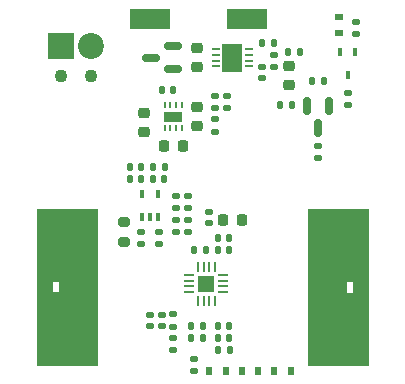
<source format=gts>
%TF.GenerationSoftware,KiCad,Pcbnew,5.99.0-unknown-b691c18bfc~117~ubuntu20.10.1*%
%TF.CreationDate,2021-03-21T19:03:18-07:00*%
%TF.ProjectId,xx1000-qt,78783130-3030-42d7-9174-2e6b69636164,rev?*%
%TF.SameCoordinates,Original*%
%TF.FileFunction,Soldermask,Top*%
%TF.FilePolarity,Negative*%
%FSLAX46Y46*%
G04 Gerber Fmt 4.6, Leading zero omitted, Abs format (unit mm)*
G04 Created by KiCad (PCBNEW 5.99.0-unknown-b691c18bfc~117~ubuntu20.10.1) date 2021-03-21 19:03:18*
%MOMM*%
%LPD*%
G01*
G04 APERTURE LIST*
G04 Aperture macros list*
%AMRoundRect*
0 Rectangle with rounded corners*
0 $1 Rounding radius*
0 $2 $3 $4 $5 $6 $7 $8 $9 X,Y pos of 4 corners*
0 Add a 4 corners polygon primitive as box body*
4,1,4,$2,$3,$4,$5,$6,$7,$8,$9,$2,$3,0*
0 Add four circle primitives for the rounded corners*
1,1,$1+$1,$2,$3*
1,1,$1+$1,$4,$5*
1,1,$1+$1,$6,$7*
1,1,$1+$1,$8,$9*
0 Add four rect primitives between the rounded corners*
20,1,$1+$1,$2,$3,$4,$5,0*
20,1,$1+$1,$4,$5,$6,$7,0*
20,1,$1+$1,$6,$7,$8,$9,0*
20,1,$1+$1,$8,$9,$2,$3,0*%
%AMOutline4P*
0 Free polygon, 4 corners , with rotation*
0 The origin of the aperture is its center*
0 number of corners: always 4*
0 $1 to $8 corner X, Y*
0 $9 Rotation angle, in degrees counterclockwise*
0 create outline with 4 corners*
4,1,4,$1,$2,$3,$4,$5,$6,$7,$8,$1,$2,$9*%
G04 Aperture macros list end*
%ADD10C,0.100000*%
%ADD11R,0.600000X6.000000*%
%ADD12R,4.500000X3.250000*%
%ADD13C,0.500000*%
%ADD14C,3.000000*%
%ADD15Outline4P,-2.800000X-0.100000X2.800000X-0.100000X3.000000X0.100000X-3.000000X0.100000X90.000000*%
%ADD16Outline4P,-0.205000X-0.475000X0.205000X-0.475000X0.095000X0.475000X-0.095000X0.475000X90.000000*%
%ADD17RoundRect,0.135000X0.135000X0.185000X-0.135000X0.185000X-0.135000X-0.185000X0.135000X-0.185000X0*%
%ADD18RoundRect,0.135000X-0.135000X-0.185000X0.135000X-0.185000X0.135000X0.185000X-0.135000X0.185000X0*%
%ADD19RoundRect,0.135000X0.185000X-0.135000X0.185000X0.135000X-0.185000X0.135000X-0.185000X-0.135000X0*%
%ADD20RoundRect,0.135000X-0.185000X0.135000X-0.185000X-0.135000X0.185000X-0.135000X0.185000X0.135000X0*%
%ADD21RoundRect,0.140000X0.170000X-0.140000X0.170000X0.140000X-0.170000X0.140000X-0.170000X-0.140000X0*%
%ADD22R,0.450000X0.700000*%
%ADD23RoundRect,0.140000X0.140000X0.170000X-0.140000X0.170000X-0.140000X-0.170000X0.140000X-0.170000X0*%
%ADD24RoundRect,0.140000X-0.140000X-0.170000X0.140000X-0.170000X0.140000X0.170000X-0.140000X0.170000X0*%
%ADD25RoundRect,0.225000X-0.250000X0.225000X-0.250000X-0.225000X0.250000X-0.225000X0.250000X0.225000X0*%
%ADD26RoundRect,0.225000X0.225000X0.250000X-0.225000X0.250000X-0.225000X-0.250000X0.225000X-0.250000X0*%
%ADD27Outline4P,-2.800000X-0.100000X2.800000X-0.100000X3.000000X0.100000X-3.000000X0.100000X270.000000*%
%ADD28Outline4P,-0.205000X-0.475000X0.205000X-0.475000X0.095000X0.475000X-0.095000X0.475000X270.000000*%
%ADD29R,3.400000X1.800000*%
%ADD30R,1.450000X1.450000*%
%ADD31RoundRect,0.062500X-0.062500X-0.375000X0.062500X-0.375000X0.062500X0.375000X-0.062500X0.375000X0*%
%ADD32RoundRect,0.062500X-0.375000X-0.062500X0.375000X-0.062500X0.375000X0.062500X-0.375000X0.062500X0*%
%ADD33RoundRect,0.225000X0.250000X-0.225000X0.250000X0.225000X-0.250000X0.225000X-0.250000X-0.225000X0*%
%ADD34RoundRect,0.200000X-0.275000X0.200000X-0.275000X-0.200000X0.275000X-0.200000X0.275000X0.200000X0*%
%ADD35RoundRect,0.150000X0.587500X0.150000X-0.587500X0.150000X-0.587500X-0.150000X0.587500X-0.150000X0*%
%ADD36RoundRect,0.140000X-0.170000X0.140000X-0.170000X-0.140000X0.170000X-0.140000X0.170000X0.140000X0*%
%ADD37R,0.600000X0.700000*%
%ADD38R,0.400000X0.650000*%
%ADD39RoundRect,0.225000X-0.225000X-0.250000X0.225000X-0.250000X0.225000X0.250000X-0.225000X0.250000X0*%
%ADD40R,0.700000X0.600000*%
%ADD41RoundRect,0.150000X-0.150000X0.587500X-0.150000X-0.587500X0.150000X-0.587500X0.150000X0.587500X0*%
%ADD42C,1.100000*%
%ADD43C,2.200000*%
%ADD44R,2.200000X2.200000*%
%ADD45R,0.250000X0.500000*%
%ADD46R,1.600000X0.900000*%
%ADD47R,1.660000X2.380000*%
%ADD48R,0.700000X0.250000*%
G04 APERTURE END LIST*
D10*
%TO.C,J4*%
X99435000Y-75725000D02*
X99435000Y-69625000D01*
X99435000Y-69625000D02*
X104535000Y-69625000D01*
X104535000Y-69625000D02*
X104535000Y-75725000D01*
X104535000Y-75725000D02*
X99435000Y-75725000D01*
G36*
X104535000Y-75725000D02*
G01*
X99435000Y-75725000D01*
X99435000Y-69625000D01*
X104535000Y-69625000D01*
X104535000Y-75725000D01*
G37*
X104535000Y-75725000D02*
X99435000Y-75725000D01*
X99435000Y-69625000D01*
X104535000Y-69625000D01*
X104535000Y-75725000D01*
X101335000Y-69725000D02*
X101335000Y-68525000D01*
X101335000Y-68525000D02*
X104535000Y-68525000D01*
X104535000Y-68525000D02*
X104535000Y-69725000D01*
X104535000Y-69725000D02*
X101335000Y-69725000D01*
G36*
X104535000Y-69725000D02*
G01*
X101335000Y-69725000D01*
X101335000Y-68525000D01*
X104535000Y-68525000D01*
X104535000Y-69725000D01*
G37*
X104535000Y-69725000D02*
X101335000Y-69725000D01*
X101335000Y-68525000D01*
X104535000Y-68525000D01*
X104535000Y-69725000D01*
X99435000Y-69625000D02*
X99435000Y-68625000D01*
X99435000Y-68625000D02*
X100735000Y-68625000D01*
X100735000Y-68625000D02*
X100735000Y-69625000D01*
X100735000Y-69625000D02*
X99435000Y-69625000D01*
G36*
X100735000Y-69625000D02*
G01*
X99435000Y-69625000D01*
X99435000Y-68625000D01*
X100735000Y-68625000D01*
X100735000Y-69625000D01*
G37*
X100735000Y-69625000D02*
X99435000Y-69625000D01*
X99435000Y-68625000D01*
X100735000Y-68625000D01*
X100735000Y-69625000D01*
X99435000Y-68625000D02*
X99435000Y-62525000D01*
X99435000Y-62525000D02*
X104535000Y-62525000D01*
X104535000Y-62525000D02*
X104535000Y-68625000D01*
X104535000Y-68625000D02*
X99435000Y-68625000D01*
G36*
X104535000Y-68625000D02*
G01*
X99435000Y-68625000D01*
X99435000Y-62525000D01*
X104535000Y-62525000D01*
X104535000Y-68625000D01*
G37*
X104535000Y-68625000D02*
X99435000Y-68625000D01*
X99435000Y-62525000D01*
X104535000Y-62525000D01*
X104535000Y-68625000D01*
%TO.C,J3*%
X127480000Y-62530000D02*
X127480000Y-68630000D01*
X127480000Y-68630000D02*
X122380000Y-68630000D01*
X122380000Y-68630000D02*
X122380000Y-62530000D01*
X122380000Y-62530000D02*
X127480000Y-62530000D01*
G36*
X127480000Y-68630000D02*
G01*
X122380000Y-68630000D01*
X122380000Y-62530000D01*
X127480000Y-62530000D01*
X127480000Y-68630000D01*
G37*
X127480000Y-68630000D02*
X122380000Y-68630000D01*
X122380000Y-62530000D01*
X127480000Y-62530000D01*
X127480000Y-68630000D01*
X125580000Y-68530000D02*
X125580000Y-69730000D01*
X125580000Y-69730000D02*
X122380000Y-69730000D01*
X122380000Y-69730000D02*
X122380000Y-68530000D01*
X122380000Y-68530000D02*
X125580000Y-68530000D01*
G36*
X125580000Y-69730000D02*
G01*
X122380000Y-69730000D01*
X122380000Y-68530000D01*
X125580000Y-68530000D01*
X125580000Y-69730000D01*
G37*
X125580000Y-69730000D02*
X122380000Y-69730000D01*
X122380000Y-68530000D01*
X125580000Y-68530000D01*
X125580000Y-69730000D01*
X127480000Y-68630000D02*
X127480000Y-69630000D01*
X127480000Y-69630000D02*
X126180000Y-69630000D01*
X126180000Y-69630000D02*
X126180000Y-68630000D01*
X126180000Y-68630000D02*
X127480000Y-68630000D01*
G36*
X127480000Y-69630000D02*
G01*
X126180000Y-69630000D01*
X126180000Y-68630000D01*
X127480000Y-68630000D01*
X127480000Y-69630000D01*
G37*
X127480000Y-69630000D02*
X126180000Y-69630000D01*
X126180000Y-68630000D01*
X127480000Y-68630000D01*
X127480000Y-69630000D01*
X127480000Y-69630000D02*
X127480000Y-75730000D01*
X127480000Y-75730000D02*
X122380000Y-75730000D01*
X122380000Y-75730000D02*
X122380000Y-69630000D01*
X122380000Y-69630000D02*
X127480000Y-69630000D01*
G36*
X127480000Y-75730000D02*
G01*
X122380000Y-75730000D01*
X122380000Y-69630000D01*
X127480000Y-69630000D01*
X127480000Y-75730000D01*
G37*
X127480000Y-75730000D02*
X122380000Y-75730000D01*
X122380000Y-69630000D01*
X127480000Y-69630000D01*
X127480000Y-75730000D01*
%TD*%
D11*
%TO.C,J4*%
X99735000Y-65725000D03*
D12*
X102285000Y-73900000D03*
D13*
X99835000Y-65125000D03*
X99835000Y-68125000D03*
D14*
X102225000Y-73800000D03*
D15*
X100135000Y-72525000D03*
D13*
X99835000Y-67125000D03*
X99835000Y-71925000D03*
X99835000Y-72925000D03*
X99835000Y-73925000D03*
D14*
X102225000Y-64450000D03*
D11*
X99735000Y-72525000D03*
D13*
X99835000Y-63125000D03*
X99835000Y-66125000D03*
D12*
X102285000Y-64350000D03*
D13*
X99835000Y-74925000D03*
X99835000Y-69925000D03*
X99835000Y-64125000D03*
D15*
X100135000Y-65725000D03*
D13*
X99835000Y-70925000D03*
D16*
X99985000Y-69125000D03*
%TD*%
D17*
%TO.C,R10*%
X120740000Y-49250000D03*
X121760000Y-49250000D03*
%TD*%
D18*
%TO.C,R7*%
X121010000Y-53740000D03*
X119990000Y-53740000D03*
%TD*%
D17*
%TO.C,R19*%
X114740000Y-74500000D03*
X115760000Y-74500000D03*
%TD*%
D19*
%TO.C,R11*%
X111000000Y-71490000D03*
X111000000Y-72510000D03*
%TD*%
D20*
%TO.C,R14*%
X112250000Y-62510000D03*
X112250000Y-61490000D03*
%TD*%
%TO.C,R3*%
X115500000Y-54000000D03*
X115500000Y-52980000D03*
%TD*%
D21*
%TO.C,C14*%
X114000000Y-62790000D03*
X114000000Y-63750000D03*
%TD*%
D22*
%TO.C,Q2*%
X125750000Y-51240000D03*
X125100000Y-49240000D03*
X126400000Y-49240000D03*
%TD*%
D19*
%TO.C,R16*%
X111250000Y-61490000D03*
X111250000Y-62510000D03*
%TD*%
%TO.C,R13*%
X112750000Y-75240000D03*
X112750000Y-76260000D03*
%TD*%
D21*
%TO.C,C10*%
X110000000Y-71500000D03*
X110000000Y-72460000D03*
%TD*%
D23*
%TO.C,C13*%
X112770000Y-66000000D03*
X113730000Y-66000000D03*
%TD*%
D24*
%TO.C,C3*%
X110980000Y-52490000D03*
X110020000Y-52490000D03*
%TD*%
%TO.C,C11*%
X113480000Y-72500000D03*
X112520000Y-72500000D03*
%TD*%
%TO.C,C25*%
X110240000Y-60000000D03*
X109280000Y-60000000D03*
%TD*%
%TO.C,C19*%
X115730000Y-65000000D03*
X114770000Y-65000000D03*
%TD*%
D21*
%TO.C,C9*%
X109000000Y-71520000D03*
X109000000Y-72480000D03*
%TD*%
D25*
%TO.C,C2*%
X113000000Y-50515000D03*
X113000000Y-48965000D03*
%TD*%
D26*
%TO.C,C4*%
X110225000Y-57240000D03*
X111775000Y-57240000D03*
%TD*%
D11*
%TO.C,J3*%
X127180000Y-72530000D03*
D12*
X124630000Y-64355000D03*
D13*
X127080000Y-73130000D03*
X127080000Y-70130000D03*
D14*
X124690000Y-64455000D03*
D27*
X126780000Y-65730000D03*
D13*
X127080000Y-71130000D03*
X127080000Y-66330000D03*
X127080000Y-65330000D03*
X127080000Y-64330000D03*
D14*
X124690000Y-73805000D03*
D11*
X127180000Y-65730000D03*
D13*
X127080000Y-75130000D03*
X127080000Y-72130000D03*
D12*
X124630000Y-73905000D03*
D13*
X127080000Y-63330000D03*
X127080000Y-68330000D03*
X127080000Y-74130000D03*
D27*
X126780000Y-72530000D03*
D13*
X127080000Y-67330000D03*
D28*
X126930000Y-69130000D03*
%TD*%
D24*
%TO.C,C18*%
X115730000Y-66000000D03*
X114770000Y-66000000D03*
%TD*%
D29*
%TO.C,TP2*%
X109000000Y-46490000D03*
%TD*%
D20*
%TO.C,R9*%
X119500000Y-50510000D03*
X119500000Y-49490000D03*
%TD*%
D30*
%TO.C,U3*%
X113800000Y-68870000D03*
D31*
X113050000Y-67432500D03*
X113550000Y-67432500D03*
X114050000Y-67432500D03*
X114550000Y-67432500D03*
D32*
X115237500Y-68120000D03*
X115237500Y-68620000D03*
X115237500Y-69120000D03*
X115237500Y-69620000D03*
D31*
X114550000Y-70307500D03*
X114050000Y-70307500D03*
X113550000Y-70307500D03*
X113050000Y-70307500D03*
D32*
X112362500Y-69620000D03*
X112362500Y-69120000D03*
X112362500Y-68620000D03*
X112362500Y-68120000D03*
%TD*%
D19*
%TO.C,R1*%
X126500000Y-46730000D03*
X126500000Y-47750000D03*
%TD*%
D24*
%TO.C,C16*%
X115730000Y-73500000D03*
X114770000Y-73500000D03*
%TD*%
D33*
%TO.C,C1*%
X108500000Y-54465000D03*
X108500000Y-56015000D03*
%TD*%
D34*
%TO.C,R15*%
X106780000Y-65325000D03*
X106780000Y-63675000D03*
%TD*%
D25*
%TO.C,C7*%
X120750000Y-52025000D03*
X120750000Y-50475000D03*
%TD*%
D35*
%TO.C,Q1*%
X109062500Y-49740000D03*
X110937500Y-48790000D03*
X110937500Y-50690000D03*
%TD*%
D19*
%TO.C,R21*%
X108280000Y-64480000D03*
X108280000Y-65500000D03*
%TD*%
D36*
%TO.C,C6*%
X118500000Y-51480000D03*
X118500000Y-50520000D03*
%TD*%
D37*
%TO.C,D5*%
X114050000Y-76250000D03*
X115450000Y-76250000D03*
%TD*%
D20*
%TO.C,R18*%
X112250000Y-64510000D03*
X112250000Y-63490000D03*
%TD*%
D17*
%TO.C,R8*%
X122740000Y-51740000D03*
X123760000Y-51740000D03*
%TD*%
D24*
%TO.C,C5*%
X119500000Y-48500000D03*
X118540000Y-48500000D03*
%TD*%
D23*
%TO.C,C24*%
X107300000Y-60000000D03*
X108260000Y-60000000D03*
%TD*%
D38*
%TO.C,U5*%
X108380000Y-61300000D03*
X109680000Y-61300000D03*
X109030000Y-63200000D03*
X109680000Y-63200000D03*
X108380000Y-63200000D03*
%TD*%
D19*
%TO.C,R12*%
X111000000Y-73500000D03*
X111000000Y-74520000D03*
%TD*%
%TO.C,R17*%
X111250000Y-63490000D03*
X111250000Y-64510000D03*
%TD*%
D29*
%TO.C,TP1*%
X117250000Y-46490000D03*
%TD*%
D24*
%TO.C,C26*%
X110260000Y-59000000D03*
X109300000Y-59000000D03*
%TD*%
D19*
%TO.C,R22*%
X109780000Y-64490000D03*
X109780000Y-65510000D03*
%TD*%
D24*
%TO.C,C12*%
X113480000Y-73500000D03*
X112520000Y-73500000D03*
%TD*%
D23*
%TO.C,C22*%
X107300000Y-59000000D03*
X108260000Y-59000000D03*
%TD*%
D39*
%TO.C,C20*%
X116775000Y-63520000D03*
X115225000Y-63520000D03*
%TD*%
D19*
%TO.C,R2*%
X114500000Y-52980000D03*
X114500000Y-54000000D03*
%TD*%
D37*
%TO.C,D6*%
X116800000Y-76250000D03*
X118200000Y-76250000D03*
%TD*%
D24*
%TO.C,C15*%
X115730000Y-72500000D03*
X114770000Y-72500000D03*
%TD*%
D20*
%TO.C,R6*%
X114500000Y-56000000D03*
X114500000Y-54980000D03*
%TD*%
D40*
%TO.C,D1*%
X125000000Y-47690000D03*
X125000000Y-46290000D03*
%TD*%
D37*
%TO.C,D7*%
X119550000Y-76250000D03*
X120950000Y-76250000D03*
%TD*%
D33*
%TO.C,C8*%
X113000000Y-53965000D03*
X113000000Y-55515000D03*
%TD*%
D20*
%TO.C,R5*%
X125750000Y-53740000D03*
X125750000Y-52720000D03*
%TD*%
D41*
%TO.C,Q3*%
X123250000Y-55677500D03*
X122300000Y-53802500D03*
X124200000Y-53802500D03*
%TD*%
D42*
%TO.C,J1*%
X104040000Y-51280000D03*
D43*
X104040000Y-48740000D03*
D42*
X101500000Y-51280000D03*
D44*
X101500000Y-48740000D03*
%TD*%
D45*
%TO.C,U1*%
X111250000Y-53790000D03*
X111750000Y-53790000D03*
X111750000Y-55690000D03*
X110750000Y-55690000D03*
X110250000Y-55690000D03*
D46*
X111000000Y-54740000D03*
D45*
X110250000Y-53790000D03*
X110750000Y-53790000D03*
X111250000Y-55690000D03*
%TD*%
D20*
%TO.C,R4*%
X123250000Y-58260000D03*
X123250000Y-57240000D03*
%TD*%
D47*
%TO.C,U2*%
X116000000Y-49740000D03*
D48*
X114600000Y-50490000D03*
X114600000Y-49990000D03*
X114600000Y-49490000D03*
X114600000Y-48990000D03*
X117400000Y-48990000D03*
X117400000Y-49490000D03*
X117400000Y-49990000D03*
X117400000Y-50490000D03*
%TD*%
M02*

</source>
